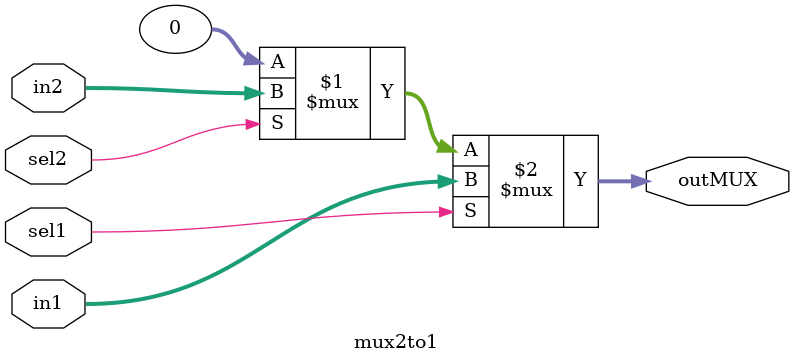
<source format=v>
/******************************************************************************/
//	Filename:		SAYAC_MUX2to1.v
//	Project:		SAYAC : Simple Architecture Yet Ample Circuitry
//  Version:		0.900
//	History:
//	Date:			19 April 2021
//	Last Author: 	Helia
//  Copyright (C) 2021 University of Teheran
//  This source file may be used and distributed without
//  restriction provided that this copyright statement is not
//  removed from the file and that any derivative work contains
//  the original copyright notice and the associated disclaimer.
//

/******************************************************************************/
//	File content description:
//	                             
/******************************************************************************/

module mux2to1 #(parameter N = 32)(in1, in2, sel1, sel2, outMUX);
input	[N-1:0] in1, in2;
input 			sel1, sel2; 
output	[N-1:0] outMUX;

assign outMUX = (sel1)? in1:
				(sel2)? in2:
				{(N){1'b0}};
endmodule
</source>
